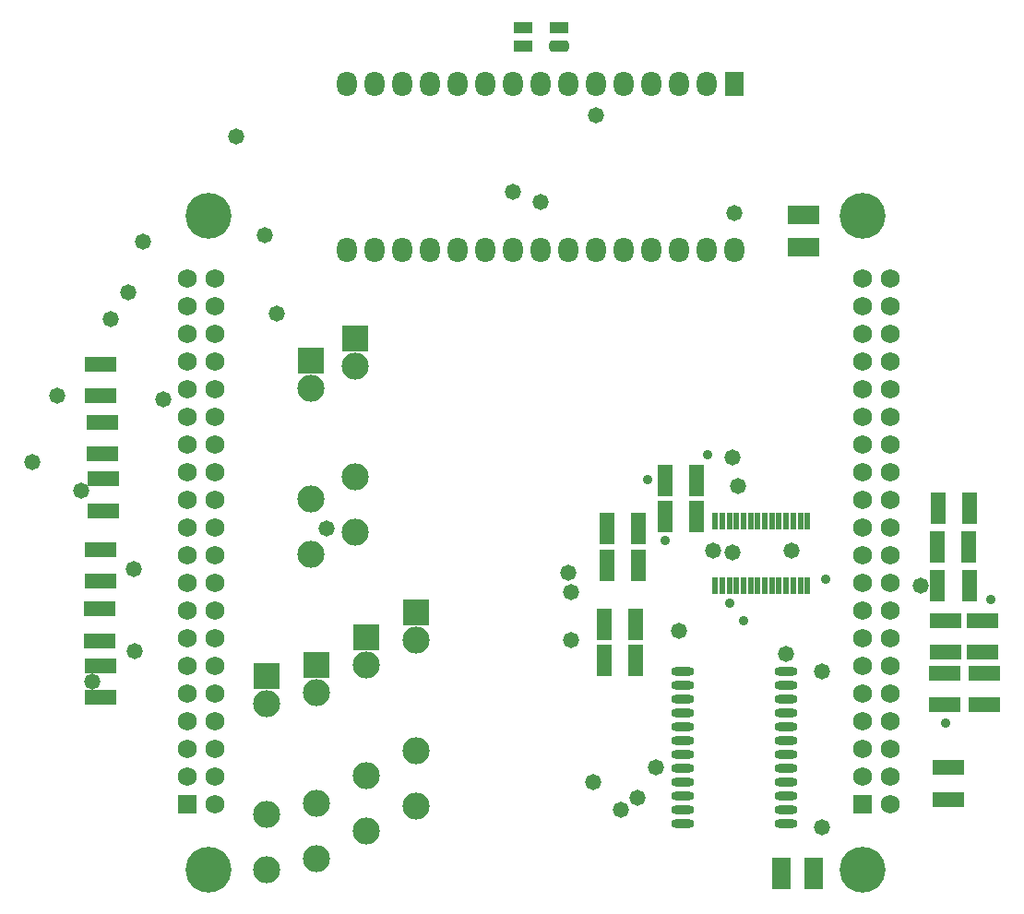
<source format=gts>
G04 Layer_Color=20142*
%FSLAX24Y24*%
%MOIN*%
G70*
G01*
G75*
%ADD40R,0.1182X0.0671*%
%ADD41R,0.1143X0.0552*%
%ADD42R,0.0552X0.1143*%
%ADD43R,0.0237X0.0612*%
%ADD44R,0.0671X0.1182*%
%ADD45O,0.0828X0.0316*%
G04:AMPARAMS|DCode=46|XSize=71mil|YSize=41.5mil|CornerRadius=12.4mil|HoleSize=0mil|Usage=FLASHONLY|Rotation=180.000|XOffset=0mil|YOffset=0mil|HoleType=Round|Shape=RoundedRectangle|*
%AMROUNDEDRECTD46*
21,1,0.0710,0.0167,0,0,180.0*
21,1,0.0463,0.0415,0,0,180.0*
1,1,0.0247,-0.0231,0.0084*
1,1,0.0247,0.0231,0.0084*
1,1,0.0247,0.0231,-0.0084*
1,1,0.0247,-0.0231,-0.0084*
%
%ADD46ROUNDEDRECTD46*%
%ADD47R,0.0710X0.0415*%
%ADD48C,0.1655*%
%ADD49C,0.0690*%
%ADD50R,0.0690X0.0690*%
%ADD51C,0.0980*%
%ADD52R,0.0980X0.0980*%
%ADD53O,0.0710X0.0907*%
%ADD54R,0.0710X0.0907*%
%ADD55C,0.0580*%
%ADD56C,0.0356*%
D40*
X33297Y34281D02*
D03*
Y35463D02*
D03*
D41*
X8000Y24779D02*
D03*
Y25921D02*
D03*
X39819Y17764D02*
D03*
Y18906D02*
D03*
X38396Y18907D02*
D03*
Y17766D02*
D03*
X39774Y20797D02*
D03*
Y19656D02*
D03*
X38425D02*
D03*
Y20797D02*
D03*
X38533Y14341D02*
D03*
Y15482D02*
D03*
X7900Y23371D02*
D03*
Y22229D02*
D03*
X7850Y21221D02*
D03*
Y20079D02*
D03*
X7900Y19171D02*
D03*
Y18029D02*
D03*
X7950Y27971D02*
D03*
Y26829D02*
D03*
X7900Y30071D02*
D03*
Y28929D02*
D03*
D42*
X28287Y25866D02*
D03*
X29429D02*
D03*
Y24557D02*
D03*
X28287D02*
D03*
X26181Y22805D02*
D03*
X27323D02*
D03*
X27343Y24114D02*
D03*
X26201D02*
D03*
X27244Y19360D02*
D03*
X26102D02*
D03*
X26102Y20679D02*
D03*
X27244D02*
D03*
X38130Y23474D02*
D03*
X39272D02*
D03*
X39291Y24862D02*
D03*
X38150D02*
D03*
X39281Y22047D02*
D03*
X38140D02*
D03*
D43*
X30108Y22077D02*
D03*
X30364D02*
D03*
X30620D02*
D03*
X30876D02*
D03*
X31132D02*
D03*
X31388D02*
D03*
X31644D02*
D03*
X31900D02*
D03*
X32156D02*
D03*
X32411D02*
D03*
X32667D02*
D03*
X32923D02*
D03*
X33179D02*
D03*
X33435D02*
D03*
X30108Y24380D02*
D03*
X30364D02*
D03*
X30620D02*
D03*
X30876D02*
D03*
X31132D02*
D03*
X31388D02*
D03*
X31644D02*
D03*
X31900D02*
D03*
X32156D02*
D03*
X32411D02*
D03*
X32667D02*
D03*
X32923D02*
D03*
X33179D02*
D03*
X33435D02*
D03*
D44*
X33661Y11673D02*
D03*
X32480D02*
D03*
D45*
X28917Y18970D02*
D03*
Y18470D02*
D03*
Y17970D02*
D03*
Y17470D02*
D03*
Y16970D02*
D03*
Y16470D02*
D03*
Y15970D02*
D03*
Y15470D02*
D03*
Y14970D02*
D03*
Y14470D02*
D03*
Y13970D02*
D03*
Y13470D02*
D03*
X32657Y18970D02*
D03*
Y18470D02*
D03*
Y17970D02*
D03*
Y17470D02*
D03*
Y16970D02*
D03*
Y16470D02*
D03*
Y15970D02*
D03*
Y15470D02*
D03*
Y14970D02*
D03*
Y14470D02*
D03*
Y13970D02*
D03*
Y13470D02*
D03*
D46*
X24450Y41556D02*
D03*
D47*
Y42244D02*
D03*
X23150D02*
D03*
Y41556D02*
D03*
D48*
X11811Y35433D02*
D03*
X35433Y11811D02*
D03*
X11811D02*
D03*
X35433Y35433D02*
D03*
D49*
Y33173D02*
D03*
Y32173D02*
D03*
Y31173D02*
D03*
Y30173D02*
D03*
Y29173D02*
D03*
Y28173D02*
D03*
Y27173D02*
D03*
Y26173D02*
D03*
Y25173D02*
D03*
Y24173D02*
D03*
Y23173D02*
D03*
Y22173D02*
D03*
Y21173D02*
D03*
Y20173D02*
D03*
Y19173D02*
D03*
Y18173D02*
D03*
Y17173D02*
D03*
Y16173D02*
D03*
Y15173D02*
D03*
X36433Y33173D02*
D03*
Y32173D02*
D03*
Y31173D02*
D03*
Y30173D02*
D03*
Y29173D02*
D03*
Y28173D02*
D03*
Y27173D02*
D03*
Y26173D02*
D03*
Y25173D02*
D03*
Y24173D02*
D03*
Y23173D02*
D03*
Y22173D02*
D03*
Y21173D02*
D03*
Y20173D02*
D03*
Y19173D02*
D03*
Y18173D02*
D03*
Y17173D02*
D03*
Y16173D02*
D03*
Y15173D02*
D03*
Y14173D02*
D03*
X11024Y33173D02*
D03*
Y32173D02*
D03*
Y31173D02*
D03*
Y30173D02*
D03*
Y29173D02*
D03*
Y28173D02*
D03*
Y27173D02*
D03*
Y26173D02*
D03*
Y25173D02*
D03*
Y24173D02*
D03*
Y23173D02*
D03*
Y22173D02*
D03*
Y21173D02*
D03*
Y20173D02*
D03*
Y19173D02*
D03*
Y18173D02*
D03*
Y17173D02*
D03*
Y16173D02*
D03*
Y15173D02*
D03*
X12024Y33173D02*
D03*
Y32173D02*
D03*
Y31173D02*
D03*
Y30173D02*
D03*
Y29173D02*
D03*
Y28173D02*
D03*
Y27173D02*
D03*
Y26173D02*
D03*
Y25173D02*
D03*
Y24173D02*
D03*
Y23173D02*
D03*
Y22173D02*
D03*
Y21173D02*
D03*
Y20173D02*
D03*
Y19173D02*
D03*
Y18173D02*
D03*
Y17173D02*
D03*
Y16173D02*
D03*
Y15173D02*
D03*
Y14173D02*
D03*
D50*
X35433D02*
D03*
X11024D02*
D03*
D51*
X17500Y13200D02*
D03*
Y15200D02*
D03*
Y19200D02*
D03*
X15700Y12200D02*
D03*
Y14200D02*
D03*
Y18200D02*
D03*
X19300Y14100D02*
D03*
Y16100D02*
D03*
Y20100D02*
D03*
X15500Y23200D02*
D03*
Y25200D02*
D03*
Y29200D02*
D03*
X17100Y24000D02*
D03*
Y26000D02*
D03*
Y30000D02*
D03*
X13900Y11800D02*
D03*
Y13800D02*
D03*
Y17800D02*
D03*
D52*
X17500Y20200D02*
D03*
X15700Y19200D02*
D03*
X19300Y21100D02*
D03*
X15500Y30200D02*
D03*
X17100Y31000D02*
D03*
X13900Y18800D02*
D03*
D53*
X17800Y34200D02*
D03*
X18800D02*
D03*
X19800D02*
D03*
X20800D02*
D03*
X21800D02*
D03*
X22800D02*
D03*
X23800D02*
D03*
X24800D02*
D03*
X25800D02*
D03*
X26800D02*
D03*
X27800D02*
D03*
X28800D02*
D03*
X29800D02*
D03*
X30800D02*
D03*
X29800Y40200D02*
D03*
X28800D02*
D03*
X27800D02*
D03*
X26800D02*
D03*
X25800D02*
D03*
X24800D02*
D03*
X23800D02*
D03*
X22800D02*
D03*
X21800D02*
D03*
X20800D02*
D03*
X19800D02*
D03*
X16800Y34200D02*
D03*
X18800Y40200D02*
D03*
X17800D02*
D03*
X16800D02*
D03*
D54*
X30800D02*
D03*
D55*
X24902Y20108D02*
D03*
X24882Y21821D02*
D03*
X24803Y22520D02*
D03*
X30915Y25659D02*
D03*
X30738Y26683D02*
D03*
X30030Y23317D02*
D03*
X32657Y19606D02*
D03*
X30728Y23268D02*
D03*
X32864Y23346D02*
D03*
X37539Y22057D02*
D03*
X33957Y13337D02*
D03*
Y18967D02*
D03*
X30800Y35539D02*
D03*
X25800Y39071D02*
D03*
X7190Y25510D02*
D03*
X12790Y38280D02*
D03*
X23800Y35930D02*
D03*
X8880Y32670D02*
D03*
X22800Y36300D02*
D03*
X9420Y34510D02*
D03*
X7600Y18600D02*
D03*
X10170Y28790D02*
D03*
X9111Y22670D02*
D03*
X9130Y19680D02*
D03*
X16063Y24134D02*
D03*
X5433Y26535D02*
D03*
X6320Y28929D02*
D03*
X13819Y34724D02*
D03*
X27953Y15512D02*
D03*
X27303Y14380D02*
D03*
X25689Y14970D02*
D03*
X26703Y13957D02*
D03*
X28780Y20423D02*
D03*
X14252Y31890D02*
D03*
X8268Y31683D02*
D03*
D56*
X28287Y23701D02*
D03*
X27648Y25886D02*
D03*
X29813Y26801D02*
D03*
X30620Y21417D02*
D03*
X31142Y20807D02*
D03*
X38435Y17106D02*
D03*
X40062Y21568D02*
D03*
X34085Y22293D02*
D03*
M02*

</source>
